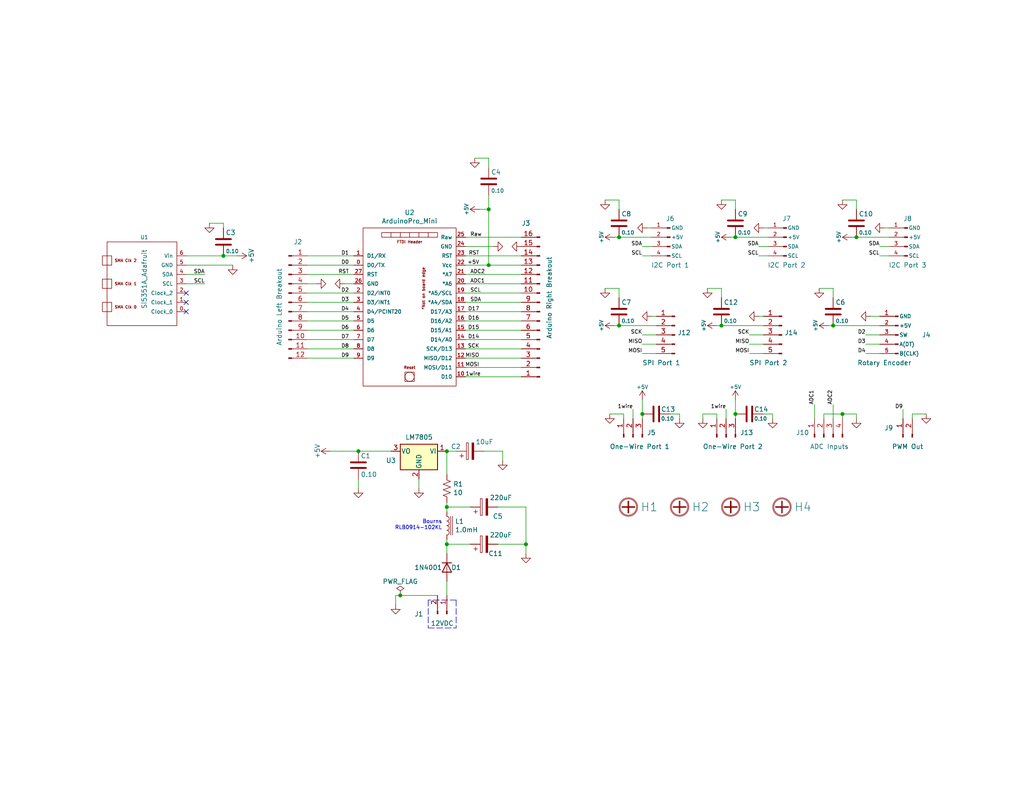
<source format=kicad_sch>
(kicad_sch (version 20211123) (generator eeschema)
  (paper "A")
  (title_block (title "UDVBM-1 Universal Digital VFO/BFO Motherboard") (date "2022-03-20") (rev "B"))
  (lib_symbols
    (symbol "Connector:Conn_01x02_Male" (pin_names (offset 1.016) hide)
      (property "Reference" "J" (at 0 2.54 0))
      (property "Value" "Conn_01x02_Male" (at 0 -5.08 0))
      (symbol "Conn_01x02_Male_1_1"
        (polyline (pts (xy 1.27 -2.54) (xy 0.8636 -2.54)) (stroke (width 0.1524)))
        (polyline (pts (xy 1.27 0) (xy 0.8636 0)) (stroke (width 0.1524)))
        (rectangle (start 0.8636 -2.413) (end 0 -2.667) (stroke (width 0.1524)) (fill (type outline)))
        (rectangle (start 0.8636 0.127) (end 0 -0.127) (stroke (width 0.1524)) (fill (type outline)))
        (pin passive line (at 5.08 0 180) (length 3.81) (name "Pin_1") (number "1"))
        (pin passive line (at 5.08 -2.54 180) (length 3.81) (name "Pin_2") (number "2"))
      )
    )
    (symbol "Connector:Conn_01x03_Male" (pin_names (offset 1.016) hide)
      (property "Reference" "J" (at 0 5.08 0))
      (property "Value" "Conn_01x03_Male" (at 0 -5.08 0))
      (symbol "Conn_01x03_Male_1_1"
        (polyline (pts (xy 1.27 -2.54) (xy 0.8636 -2.54)) (stroke (width 0.1524)))
        (polyline (pts (xy 1.27 0) (xy 0.8636 0)) (stroke (width 0.1524)))
        (polyline (pts (xy 1.27 2.54) (xy 0.8636 2.54)) (stroke (width 0.1524)))
        (rectangle (start 0.8636 -2.413) (end 0 -2.667) (stroke (width 0.1524)) (fill (type outline)))
        (rectangle (start 0.8636 0.127) (end 0 -0.127) (stroke (width 0.1524)) (fill (type outline)))
        (rectangle (start 0.8636 2.667) (end 0 2.413) (stroke (width 0.1524)) (fill (type outline)))
        (pin passive line (at 5.08 2.54 180) (length 3.81) (name "Pin_1") (number "1"))
        (pin passive line (at 5.08 0 180) (length 3.81) (name "Pin_2") (number "2"))
        (pin passive line (at 5.08 -2.54 180) (length 3.81) (name "Pin_3") (number "3"))
      )
    )
    (symbol "Connector:Conn_01x04_Male" (pin_names (offset 1.016) hide)
      (property "Reference" "J" (at 0 5.08 0))
      (property "Value" "Conn_01x04_Male" (at 0 -7.62 0))
      (symbol "Conn_01x04_Male_1_1"
        (polyline (pts (xy 1.27 -5.08) (xy 0.8636 -5.08)) (stroke (width 0.1524)))
        (polyline (pts (xy 1.27 -2.54) (xy 0.8636 -2.54)) (stroke (width 0.1524)))
        (polyline (pts (xy 1.27 0) (xy 0.8636 0)) (stroke (width 0.1524)))
        (polyline (pts (xy 1.27 2.54) (xy 0.8636 2.54)) (stroke (width 0.1524)))
        (rectangle (start 0.8636 -4.953) (end 0 -5.207) (stroke (width 0.1524)) (fill (type outline)))
        (rectangle (start 0.8636 -2.413) (end 0 -2.667) (stroke (width 0.1524)) (fill (type outline)))
        (rectangle (start 0.8636 0.127) (end 0 -0.127) (stroke (width 0.1524)) (fill (type outline)))
        (rectangle (start 0.8636 2.667) (end 0 2.413) (stroke (width 0.1524)) (fill (type outline)))
        (pin passive line (at 5.08 2.54 180) (length 3.81) (name "Pin_1") (number "1"))
        (pin passive line (at 5.08 0 180) (length 3.81) (name "Pin_2") (number "2"))
        (pin passive line (at 5.08 -2.54 180) (length 3.81) (name "Pin_3") (number "3"))
        (pin passive line (at 5.08 -5.08 180) (length 3.81) (name "Pin_4") (number "4"))
      )
    )
    (symbol "Connector:Conn_01x05_Male" (pin_names (offset 1.016) hide)
      (property "Reference" "J" (at 0 7.62 0))
      (property "Value" "Conn_01x05_Male" (at 0 -7.62 0))
      (symbol "Conn_01x05_Male_1_1"
        (polyline (pts (xy 1.27 -5.08) (xy 0.8636 -5.08)) (stroke (width 0.1524)))
        (polyline (pts (xy 1.27 -2.54) (xy 0.8636 -2.54)) (stroke (width 0.1524)))
        (polyline (pts (xy 1.27 0) (xy 0.8636 0)) (stroke (width 0.1524)))
        (polyline (pts (xy 1.27 2.54) (xy 0.8636 2.54)) (stroke (width 0.1524)))
        (polyline (pts (xy 1.27 5.08) (xy 0.8636 5.08)) (stroke (width 0.1524)))
        (rectangle (start 0.8636 -4.953) (end 0 -5.207) (stroke (width 0.1524)) (fill (type outline)))
        (rectangle (start 0.8636 -2.413) (end 0 -2.667) (stroke (width 0.1524)) (fill (type outline)))
        (rectangle (start 0.8636 0.127) (end 0 -0.127) (stroke (width 0.1524)) (fill (type outline)))
        (rectangle (start 0.8636 2.667) (end 0 2.413) (stroke (width 0.1524)) (fill (type outline)))
        (rectangle (start 0.8636 5.207) (end 0 4.953) (stroke (width 0.1524)) (fill (type outline)))
        (pin passive line (at 5.08 5.08 180) (length 3.81) (name "Pin_1") (number "1"))
        (pin passive line (at 5.08 2.54 180) (length 3.81) (name "Pin_2") (number "2"))
        (pin passive line (at 5.08 0 180) (length 3.81) (name "Pin_3") (number "3"))
        (pin passive line (at 5.08 -2.54 180) (length 3.81) (name "Pin_4") (number "4"))
        (pin passive line (at 5.08 -5.08 180) (length 3.81) (name "Pin_5") (number "5"))
      )
    )
    (symbol "Connector:Conn_01x12_Male" (pin_names (offset 1.016) hide)
      (property "Reference" "J" (at 0 15.24 0))
      (property "Value" "Conn_01x12_Male" (at 0 -17.78 0))
      (symbol "Conn_01x12_Male_1_1"
        (polyline (pts (xy 1.27 -15.24) (xy 0.8636 -15.24)) (stroke (width 0.1524)))
        (polyline (pts (xy 1.27 -12.7) (xy 0.8636 -12.7)) (stroke (width 0.1524)))
        (polyline (pts (xy 1.27 -10.16) (xy 0.8636 -10.16)) (stroke (width 0.1524)))
        (polyline (pts (xy 1.27 -7.62) (xy 0.8636 -7.62)) (stroke (width 0.1524)))
        (polyline (pts (xy 1.27 -5.08) (xy 0.8636 -5.08)) (stroke (width 0.1524)))
        (polyline (pts (xy 1.27 -2.54) (xy 0.8636 -2.54)) (stroke (width 0.1524)))
        (polyline (pts (xy 1.27 0) (xy 0.8636 0)) (stroke (width 0.1524)))
        (polyline (pts (xy 1.27 2.54) (xy 0.8636 2.54)) (stroke (width 0.1524)))
        (polyline (pts (xy 1.27 5.08) (xy 0.8636 5.08)) (stroke (width 0.1524)))
        (polyline (pts (xy 1.27 7.62) (xy 0.8636 7.62)) (stroke (width 0.1524)))
        (polyline (pts (xy 1.27 10.16) (xy 0.8636 10.16)) (stroke (width 0.1524)))
        (polyline (pts (xy 1.27 12.7) (xy 0.8636 12.7)) (stroke (width 0.1524)))
        (rectangle (start 0.8636 -15.113) (end 0 -15.367) (stroke (width 0.1524)) (fill (type outline)))
        (rectangle (start 0.8636 -12.573) (end 0 -12.827) (stroke (width 0.1524)) (fill (type outline)))
        (rectangle (start 0.8636 -10.033) (end 0 -10.287) (stroke (width 0.1524)) (fill (type outline)))
        (rectangle (start 0.8636 -7.493) (end 0 -7.747) (stroke (width 0.1524)) (fill (type outline)))
        (rectangle (start 0.8636 -4.953) (end 0 -5.207) (stroke (width 0.1524)) (fill (type outline)))
        (rectangle (start 0.8636 -2.413) (end 0 -2.667) (stroke (width 0.1524)) (fill (type outline)))
        (rectangle (start 0.8636 0.127) (end 0 -0.127) (stroke (width 0.1524)) (fill (type outline)))
        (rectangle (start 0.8636 2.667) (end 0 2.413) (stroke (width 0.1524)) (fill (type outline)))
        (rectangle (start 0.8636 5.207) (end 0 4.953) (stroke (width 0.1524)) (fill (type outline)))
        (rectangle (start 0.8636 7.747) (end 0 7.493) (stroke (width 0.1524)) (fill (type outline)))
        (rectangle (start 0.8636 10.287) (end 0 10.033) (stroke (width 0.1524)) (fill (type outline)))
        (rectangle (start 0.8636 12.827) (end 0 12.573) (stroke (width 0.1524)) (fill (type outline)))
        (pin passive line (at 5.08 12.7 180) (length 3.81) (name "Pin_1") (number "1"))
        (pin passive line (at 5.08 -10.16 180) (length 3.81) (name "Pin_10") (number "10"))
        (pin passive line (at 5.08 -12.7 180) (length 3.81) (name "Pin_11") (number "11"))
        (pin passive line (at 5.08 -15.24 180) (length 3.81) (name "Pin_12") (number "12"))
        (pin passive line (at 5.08 10.16 180) (length 3.81) (name "Pin_2") (number "2"))
        (pin passive line (at 5.08 7.62 180) (length 3.81) (name "Pin_3") (number "3"))
        (pin passive line (at 5.08 5.08 180) (length 3.81) (name "Pin_4") (number "4"))
        (pin passive line (at 5.08 2.54 180) (length 3.81) (name "Pin_5") (number "5"))
        (pin passive line (at 5.08 0 180) (length 3.81) (name "Pin_6") (number "6"))
        (pin passive line (at 5.08 -2.54 180) (length 3.81) (name "Pin_7") (number "7"))
        (pin passive line (at 5.08 -5.08 180) (length 3.81) (name "Pin_8") (number "8"))
        (pin passive line (at 5.08 -7.62 180) (length 3.81) (name "Pin_9") (number "9"))
      )
    )
    (symbol "Connector:Conn_01x16_Male" (pin_names (offset 1.016) hide)
      (property "Reference" "J" (at 0 20.32 0))
      (property "Value" "Conn_01x16_Male" (at 0 -22.86 0))
      (symbol "Conn_01x16_Male_1_1"
        (polyline (pts (xy 1.27 -20.32) (xy 0.8636 -20.32)) (stroke (width 0.1524)))
        (polyline (pts (xy 1.27 -17.78) (xy 0.8636 -17.78)) (stroke (width 0.1524)))
        (polyline (pts (xy 1.27 -15.24) (xy 0.8636 -15.24)) (stroke (width 0.1524)))
        (polyline (pts (xy 1.27 -12.7) (xy 0.8636 -12.7)) (stroke (width 0.1524)))
        (polyline (pts (xy 1.27 -10.16) (xy 0.8636 -10.16)) (stroke (width 0.1524)))
        (polyline (pts (xy 1.27 -7.62) (xy 0.8636 -7.62)) (stroke (width 0.1524)))
        (polyline (pts (xy 1.27 -5.08) (xy 0.8636 -5.08)) (stroke (width 0.1524)))
        (polyline (pts (xy 1.27 -2.54) (xy 0.8636 -2.54)) (stroke (width 0.1524)))
        (polyline (pts (xy 1.27 0) (xy 0.8636 0)) (stroke (width 0.1524)))
        (polyline (pts (xy 1.27 2.54) (xy 0.8636 2.54)) (stroke (width 0.1524)))
        (polyline (pts (xy 1.27 5.08) (xy 0.8636 5.08)) (stroke (width 0.1524)))
        (polyline (pts (xy 1.27 7.62) (xy 0.8636 7.62)) (stroke (width 0.1524)))
        (polyline (pts (xy 1.27 10.16) (xy 0.8636 10.16)) (stroke (width 0.1524)))
        (polyline (pts (xy 1.27 12.7) (xy 0.8636 12.7)) (stroke (width 0.1524)))
        (polyline (pts (xy 1.27 15.24) (xy 0.8636 15.24)) (stroke (width 0.1524)))
        (polyline (pts (xy 1.27 17.78) (xy 0.8636 17.78)) (stroke (width 0.1524)))
        (rectangle (start 0.8636 -20.193) (end 0 -20.447) (stroke (width 0.1524)) (fill (type outline)))
        (rectangle (start 0.8636 -17.653) (end 0 -17.907) (stroke (width 0.1524)) (fill (type outline)))
        (rectangle (start 0.8636 -15.113) (end 0 -15.367) (stroke (width 0.1524)) (fill (type outline)))
        (rectangle (start 0.8636 -12.573) (end 0 -12.827) (stroke (width 0.1524)) (fill (type outline)))
        (rectangle (start 0.8636 -10.033) (end 0 -10.287) (stroke (width 0.1524)) (fill (type outline)))
        (rectangle (start 0.8636 -7.493) (end 0 -7.747) (stroke (width 0.1524)) (fill (type outline)))
        (rectangle (start 0.8636 -4.953) (end 0 -5.207) (stroke (width 0.1524)) (fill (type outline)))
        (rectangle (start 0.8636 -2.413) (end 0 -2.667) (stroke (width 0.1524)) (fill (type outline)))
        (rectangle (start 0.8636 0.127) (end 0 -0.127) (stroke (width 0.1524)) (fill (type outline)))
        (rectangle (start 0.8636 2.667) (end 0 2.413) (stroke (width 0.1524)) (fill (type outline)))
        (rectangle (start 0.8636 5.207) (end 0 4.953) (stroke (width 0.1524)) (fill (type outline)))
        (rectangle (start 0.8636 7.747) (end 0 7.493) (stroke (width 0.1524)) (fill (type outline)))
        (rectangle (start 0.8636 10.287) (end 0 10.033) (stroke (width 0.1524)) (fill (type outline)))
        (rectangle (start 0.8636 12.827) (end 0 12.573) (stroke (width 0.1524)) (fill (type outline)))
        (rectangle (start 0.8636 15.367) (end 0 15.113) (stroke (width 0.1524)) (fill (type outline)))
        (rectangle (start 0.8636 17.907) (end 0 17.653) (stroke (width 0.1524)) (fill (type outline)))
        (pin passive line (at 5.08 17.78 180) (length 3.81) (name "Pin_1") (number "1"))
        (pin passive line (at 5.08 -5.08 180) (length 3.81) (name "Pin_10") (number "10"))
        (pin passive line (at 5.08 -7.62 180) (length 3.81) (name "Pin_11") (number "11"))
        (pin passive line (at 5.08 -10.16 180) (length 3.81) (name "Pin_12") (number "12"))
        (pin passive line (at 5.08 -12.7 180) (length 3.81) (name "Pin_13") (number "13"))
        (pin passive line (at 5.08 -15.24 180) (length 3.81) (name "Pin_14") (number "14"))
        (pin passive line (at 5.08 -17.78 180) (length 3.81) (name "Pin_15") (number "15"))
        (pin passive line (at 5.08 -20.32 180) (length 3.81) (name "Pin_16") (number "16"))
        (pin passive line (at 5.08 15.24 180) (length 3.81) (name "Pin_2") (number "2"))
        (pin passive line (at 5.08 12.7 180) (length 3.81) (name "Pin_3") (number "3"))
        (pin passive line (at 5.08 10.16 180) (length 3.81) (name "Pin_4") (number "4"))
        (pin passive line (at 5.08 7.62 180) (length 3.81) (name "Pin_5") (number "5"))
        (pin passive line (at 5.08 5.08 180) (length 3.81) (name "Pin_6") (number "6"))
        (pin passive line (at 5.08 2.54 180) (length 3.81) (name "Pin_7") (number "7"))
        (pin passive line (at 5.08 0 180) (length 3.81) (name "Pin_8") (number "8"))
        (pin passive line (at 5.08 -2.54 180) (length 3.81) (name "Pin_9") (number "9"))
      )
    )
    (symbol "Device:C" (pin_numbers hide) (pin_names (offset 0.254))
      (property "Reference" "C" (at 0.635 2.54 0))
      (property "Value" "C" (at 0.635 -2.54 0))
      (symbol "C_0_1"
        (polyline (pts (xy -2.032 -0.762) (xy 2.032 -0.762)) (stroke (width 0.508)))
        (polyline (pts (xy -2.032 0.762) (xy 2.032 0.762)) (stroke (width 0.508)))
      )
      (symbol "C_1_1"
        (pin passive line (at 0 3.81 270) (length 2.794) (name "~") (number "1"))
        (pin passive line (at 0 -3.81 90) (length 2.794) (name "~") (number "2"))
      )
    )
    (symbol "Device:CP" (pin_numbers hide) (pin_names (offset 0.254))
      (property "Reference" "C" (at 0.635 2.54 0))
      (property "Value" "Device_CP" (at 0.635 -2.54 0))
      (symbol "CP_0_1"
        (rectangle (start -2.286 0.508) (end 2.286 1.016))
        (polyline (pts (xy -1.778 2.286) (xy -0.762 2.286)))
        (polyline (pts (xy -1.27 2.794) (xy -1.27 1.778)))
        (rectangle (start 2.286 -0.508) (end -2.286 -1.016) (fill (type outline)))
      )
      (symbol "CP_1_1"
        (pin passive line (at 0 3.81 270) (length 2.794) (name "~") (number "1"))
        (pin passive line (at 0 -3.81 90) (length 2.794) (name "~") (number "2"))
      )
    )
    (symbol "Device:D" (pin_numbers hide) (pin_names (offset 1.016) hide)
      (property "Reference" "D" (at 0 2.54 0))
      (property "Value" "D" (at 0 -2.54 0))
      (symbol "D_0_1"
        (polyline (pts (xy -1.27 1.27) (xy -1.27 -1.27)) (stroke (width 0.254)))
        (polyline (pts (xy 1.27 0) (xy -1.27 0)))
        (polyline (pts (xy 1.27 1.27) (xy 1.27 -1.27) (xy -1.27 0) (xy 1.27 1.27)) (stroke (width 0.254)))
      )
      (symbol "D_1_1"
        (pin passive line (at -3.81 0 0) (length 2.54) (name "K") (number "1"))
        (pin passive line (at 3.81 0 180) (length 2.54) (name "A") (number "2"))
      )
    )
    (symbol "K7TFC:Arduino_Pro_Mini" (pin_names (offset 1.016))
      (property "Reference" "U" (at 0 15.24 0))
      (property "Value" "K7TFC_Arduino_Pro_Mini" (at -1.27 -5.08 90))
      (symbol "Arduino_Pro_Mini_0_0"
        (rectangle (start -7.62 12.7) (end 7.62 11.43))
        (rectangle (start -5.08 12.7) (end -5.08 11.43))
        (rectangle (start -2.54 11.43) (end -2.54 12.7))
        (rectangle (start -1.27 -25.4) (end 1.27 -27.94))
        (circle (center 0 -26.67) (radius 1.27))
        (rectangle (start 0 12.7) (end 0 11.43))
        (rectangle (start 2.54 11.43) (end 2.54 12.7))
        (rectangle (start 5.08 12.7) (end 5.08 11.43))
        (text "*Not on board edge" (at 3.81 -2.54 900) (effects (font (size 0.762 0.762))))
        (text "FTDI Header" (at 0 10.16 0) (effects (font (size 0.762 0.762))))
        (text "Reset" (at 0 -24.13 0) (effects (font (size 0.762 0.762))))
      )
      (symbol "Arduino_Pro_Mini_0_1"
        (rectangle (start -12.7 13.97) (end 12.7 -29.21))
      )
      (symbol "Arduino_Pro_Mini_1_1"
        (pin bidirectional line (at -15.24 3.81 0) (length 2.54) (name "D0/TX") (number "0"))
        (pin bidirectional line (at -15.24 6.35 0) (length 2.54) (name "D1/RX") (number "1"))
        (pin bidirectional line (at 15.24 -26.67 180) (length 2.54) (name "D10") (number "10"))
        (pin bidirectional line (at 15.24 -24.13 180) (length 2.54) (name "MOSI/D11") (number "11"))
        (pin bidirectional line (at 15.24 -21.59 180) (length 2.54) (name "MISO/D12") (number "12"))
        (pin bidirectional line (at 15.24 -19.05 180) (length 2.54) (name "SCK/D13") (number "13"))
        (pin bidirectional line (at 15.24 -16.51 180) (length 2.54) (name "D14/A0") (number "14"))
        (pin bidirectional line (at 15.24 -13.97 180) (length 2.54) (name "D15/A1") (number "15"))
        (pin bidirectional line (at 15.24 -11.43 180) (length 2.54) (name "D16/A2") (number "16"))
        (pin bidirectional line (at 15.24 -8.89 180) (length 2.54) (name "D17/A3") (number "17"))
        (pin bidirectional line (at 15.24 -6.35 180) (length 2.54) (name "*A4/SDA") (number "18"))
        (pin bidirectional line (at 15.24 -3.81 180) (length 2.54) (name "*A5/SCL") (number "19"))
        (pin bidirectional line (at -15.24 -3.81 0) (length 2.54) (name "D2/INT0") (number "2"))
        (pin bidirectional line (at 15.24 -1.27 180) (length 2.54) (name "*A6") (number "20"))
        (pin bidirectional line (at 15.24 1.27 180) (length 2.54) (name "*A7") (number "21"))
        (pin power_in line (at 15.24 3.81 180) (length 2.54) (name "Vcc") (number "22"))
        (pin bidirectional line (at 15.24 6.35 180) (length 2.54) (name "RST") (number "23"))
        (pin power_in line (at 15.24 8.89 180) (length 2.54) (name "GND") (number "24"))
        (pin input line (at 15.24 11.43 180) (length 2.54) (name "Raw") (number "25"))
        (pin power_in line (at -15.24 -1.27 0) (length 2.54) (name "GND") (number "26"))
        (pin bidirectional line (at -15.24 1.27 0) (length 2.54) (name "RST") (number "27"))
        (pin bidirectional line (at -15.24 -6.35 0) (length 2.54) (name "D3/INT1") (number "3"))
        (pin bidirectional line (at -15.24 -8.89 0) (length 2.54) (name "D4/PCINT20") (number "4"))
        (pin bidirectional line (at -15.24 -11.43 0) (length 2.54) (name "D5") (number "5"))
        (pin bidirectional line (at -15.24 -13.97 0) (length 2.54) (name "D6") (number "6"))
        (pin bidirectional line (at -15.24 -16.51 0) (length 2.54) (name "D7") (number "7"))
        (pin bidirectional line (at -15.24 -19.05 0) (length 2.54) (name "D8") (number "8"))
        (pin bidirectional line (at -15.24 -21.59 0) (length 2.54) (name "D9") (number "9"))
      )
    )
    (symbol "K7TFC_Hardware:Mounting_Hole_4-40" (pin_names (offset 1.016))
      (property "Reference" "H" (at 0 -4.826 0))
      (symbol "Mounting_Hole_4-40_0_1"
        (polyline (pts (xy -0.127 1.651) (xy -0.127 -1.651)))
        (polyline (pts (xy 0.127 1.651) (xy 0.127 -1.651)))
        (polyline (pts (xy 1.778 -0.127) (xy -1.778 -0.127)))
        (polyline (pts (xy 1.778 0) (xy -1.778 0)))
        (polyline (pts (xy 1.778 0.127) (xy -1.778 0.127)))
        (polyline (pts (xy 0 1.651) (xy 0 -1.524) (xy 0 -1.651)))
        (circle (center 0 0) (radius 2.2352))
        (circle (center 0 0) (radius 2.5146))
      )
    )
    (symbol "K7TFC_Passives:L" (pin_numbers hide) (pin_names (offset 1.016) hide)
      (property "Reference" "L" (at -1.778 0 0))
      (property "Value" "K7TFC_Passives_L" (at 3.048 0 0))
      (symbol "L_0_1"
        (arc (start 0 -2.54) (mid 0.635 -1.905) (end 0 -1.27))
        (arc (start 0 -1.27) (mid 0.635 -0.635) (end 0 0))
        (polyline (pts (xy 1.016 2.54) (xy 1.016 -2.54)))
        (polyline (pts (xy 1.524 2.54) (xy 1.524 -2.54)))
        (arc (start 0 0) (mid 0.635 0.635) (end 0 1.27))
        (arc (start 0 1.27) (mid 0.635 1.905) (end 0 2.54))
      )
      (symbol "L_1_1"
        (pin passive line (at 0 3.81 270) (length 1.27) (name "1") (number "1"))
        (pin passive line (at 0 -3.81 90) (length 1.27) (name "2") (number "2"))
      )
    )
    (symbol "K7TFC_Passives:R_US" (pin_numbers hide) (pin_names (offset 0))
      (property "Reference" "R" (at 2.54 0 90))
      (property "Value" "K7TFC_Passives_R_US" (at -2.54 0 90))
      (symbol "R_US_0_1"
        (polyline (pts (xy 0 -2.286) (xy 0 -2.54)))
        (polyline (pts (xy 0 2.286) (xy 0 2.54)))
        (polyline (pts (xy 0 -0.762) (xy 1.016 -1.143) (xy 0 -1.524) (xy -1.016 -1.905) (xy 0 -2.286)))
        (polyline (pts (xy 0 0.762) (xy 1.016 0.381) (xy 0 0) (xy -1.016 -0.381) (xy 0 -0.762)))
        (polyline (pts (xy 0 2.286) (xy 1.016 1.905) (xy 0 1.524) (xy -1.016 1.143) (xy 0 0.762)))
      )
      (symbol "R_US_1_1"
        (pin passive line (at 0 3.81 270) (length 1.27) (name "~") (number "1"))
        (pin passive line (at 0 -3.81 90) (length 1.27) (name "~") (number "2"))
      )
    )
    (symbol "UDVBM-1-rescue:I2C_Port_Male-K7TFC-bitx40_vfo-rescue" (pin_names (offset 1.524))
      (property "Reference" "J" (at 0 5.08 0))
      (property "Value" "I2C_Port_Male-K7TFC-bitx40_vfo-rescue" (at 0 -7.62 0))
      (symbol "I2C_Port_Male-K7TFC-bitx40_vfo-rescue_1_1"
        (polyline (pts (xy 1.27 -5.08) (xy 0.8636 -5.08)) (stroke (width 0.1524)))
        (polyline (pts (xy 1.27 -2.54) (xy 0.8636 -2.54)) (stroke (width 0.1524)))
        (polyline (pts (xy 1.27 0) (xy 0.8636 0)) (stroke (width 0.1524)))
        (polyline (pts (xy 1.27 2.54) (xy 0.8636 2.54)) (stroke (width 0.1524)))
        (rectangle (start 0.8636 -4.953) (end 0 -5.207) (stroke (width 0.1524)) (fill (type outline)))
        (rectangle (start 0.8636 -2.413) (end 0 -2.667) (stroke (width 0.1524)) (fill (type outline)))
        (rectangle (start 0.8636 0.127) (end 0 -0.127) (stroke (width 0.1524)) (fill (type outline)))
        (rectangle (start 0.8636 2.667) (end 0 2.413) (stroke (width 0.1524)) (fill (type outline)))
        (pin passive line (at 5.08 2.54 180) (length 3.81) (name "GND") (number "1"))
        (pin passive line (at 5.08 0 180) (length 3.81) (name "+5V") (number "2"))
        (pin passive line (at 5.08 -2.54 180) (length 3.81) (name "SDA") (number "3"))
        (pin passive line (at 5.08 -5.08 180) (length 3.81) (name "SCL") (number "4"))
      )
    )
    (symbol "UDVBM-1-rescue:LM7905_TO220-Regulator_Linear" (pin_names (offset 0.254))
      (property "Reference" "U" (at -3.81 -3.175 0))
      (property "Value" "LM7905_TO220-Regulator_Linear" (at 0 -3.175 0))
      (symbol "LM7905_TO220-Regulator_Linear_0_1"
        (rectangle (start -5.08 5.08) (end 5.08 -1.905) (stroke (width 0.254)) (fill (type background)))
      )
      (symbol "LM7905_TO220-Regulator_Linear_1_1"
        (pin power_in line (at -7.62 0 0) (length 2.54) (name "VI") (number "1"))
        (pin power_in line (at 0 7.62 270) (length 2.54) (name "GND") (number "2"))
        (pin power_out line (at 7.62 0 180) (length 2.54) (name "VO") (number "3"))
      )
    )
    (symbol "UDVBM-1-rescue:Rotary_Encoder_Port_Male-K7TFC-bitx40_vfo-rescue" (pin_names (offset 1.524))
      (property "Reference" "J" (at 0 7.62 0))
      (property "Value" "Rotary_Encoder_Port_Male-K7TFC-bitx40_vfo-rescue" (at 0 -7.62 0))
      (symbol "Rotary_Encoder_Port_Male-K7TFC-bitx40_vfo-rescue_1_1"
        (polyline (pts (xy 1.27 -5.08) (xy 0.8636 -5.08)) (stroke (width 0.1524)))
        (polyline (pts (xy 1.27 -2.54) (xy 0.8636 -2.54)) (stroke (width 0.1524)))
        (polyline (pts (xy 1.27 0) (xy 0.8636 0)) (stroke (width 0.1524)))
        (polyline (pts (xy 1.27 2.54) (xy 0.8636 2.54)) (stroke (width 0.1524)))
        (polyline (pts (xy 1.27 5.08) (xy 0.8636 5.08)) (stroke (width 0.1524)))
        (rectangle (start 0.8636 -4.953) (end 0 -5.207) (stroke (width 0.1524)) (fill (type outline)))
        (rectangle (start 0.8636 -2.413) (end 0 -2.667) (stroke (width 0.1524)) (fill (type outline)))
        (rectangle (start 0.8636 0.127) (end 0 -0.127) (stroke (width 0.1524)) (fill (type outline)))
        (rectangle (start 0.8636 2.667) (end 0 2.413) (stroke (width 0.1524)) (fill (type outline)))
        (rectangle (start 0.8636 5.207) (end 0 4.953) (stroke (width 0.1524)) (fill (type outline)))
        (pin passive line (at 5.08 5.08 180) (length 3.81) (name "GND") (number "1"))
        (pin passive line (at 5.08 2.54 180) (length 3.81) (name "+5V") (number "2"))
        (pin passive line (at 5.08 0 180) (length 3.81) (name "SW") (number "3"))
        (pin passive line (at 5.08 -2.54 180) (length 3.81) (name "A(DT)") (number "4"))
        (pin passive line (at 5.08 -5.08 180) (length 3.81) (name "B(CLK)") (number "5"))
      )
    )
    (symbol "UDVBM-1-rescue:Si5351A_Adafruit-K7TFC-bitx40_vfo-rescue" (pin_names (offset 1.016))
      (property "Reference" "U" (at 3.81 3.81 0))
      (property "Value" "Si5351A_Adafruit-K7TFC-bitx40_vfo-rescue" (at 3.81 -7.62 90))
      (symbol "Si5351A_Adafruit-K7TFC-bitx40_vfo-rescue_0_0"
        (text "SMA Clk 0" (at -1.27 -15.24 0) (effects (font (size 0.762 0.762))))
        (text "SMA Clk 1" (at -1.27 -8.89 0) (effects (font (size 0.762 0.762))))
        (text "SMA Clk 2" (at -1.27 -2.54 0) (effects (font (size 0.762 0.762))))
      )
      (symbol "Si5351A_Adafruit-K7TFC-bitx40_vfo-rescue_0_1"
        (rectangle (start -7.62 -13.97) (end -5.08 -16.51))
        (rectangle (start -7.62 -7.62) (end -5.08 -10.16))
        (rectangle (start -5.08 -1.27) (end -7.62 -3.81))
        (rectangle (start 12.7 2.54) (end -6.35 -20.32))
      )
      (symbol "Si5351A_Adafruit-K7TFC-bitx40_vfo-rescue_1_1"
        (pin output line (at 15.24 -16.51 180) (length 2.54) (name "Clock_0") (number "0"))
        (pin output line (at 15.24 -13.97 180) (length 2.54) (name "Clock_1") (number "1"))
        (pin output line (at 15.24 -11.43 180) (length 2.54) (name "Clock_2") (number "2"))
        (pin bidirectional line (at 15.24 -8.89 180) (length 2.54) (name "SCL") (number "3"))
        (pin bidirectional line (at 15.24 -6.35 180) (length 2.54) (name "SDA") (number "4"))
        (pin power_in line (at 15.24 -3.81 180) (length 2.54) (name "GND") (number "5"))
        (pin power_in line (at 15.24 -1.27 180) (length 2.54) (name "Vin") (number "6"))
      )
    )
    (symbol "power:+5V" (power) (pin_names (offset 0))
      (property "Value" "+5V" (at 0 3.556 0))
      (symbol "+5V_0_1"
        (polyline (pts (xy -0.762 1.27) (xy 0 2.54)))
        (polyline (pts (xy 0 0) (xy 0 2.54)))
        (polyline (pts (xy 0 2.54) (xy 0.762 1.27)))
      )
      (symbol "+5V_1_1"
        (pin power_in line (at 0 0 90) (length 0) hide (name "+5V") (number "1"))
      )
    )
    (symbol "power:GND" (power) (pin_names (offset 0))
      (property "Value" "GND" (at 0 -3.81 0))
      (symbol "GND_0_1"
        (polyline (pts (xy 0 0) (xy 0 -1.27) (xy 1.27 -1.27) (xy 0 -2.54) (xy -1.27 -1.27) (xy 0 -1.27)))
      )
      (symbol "GND_1_1"
        (pin power_in line (at 0 0 270) (length 0) hide (name "GND") (number "1"))
      )
    )
    (symbol "power:PWR_FLAG" (power) (pin_numbers hide) (pin_names (offset 0) hide)
      (property "Value" "PWR_FLAG" (at 0 3.81 0))
      (symbol "PWR_FLAG_0_0"
        (pin power_out line (at 0 0 90) (length 0) (name "pwr") (number "1"))
      )
      (symbol "PWR_FLAG_0_1"
        (polyline (pts (xy 0 0) (xy 0 1.27) (xy -1.016 1.905) (xy 0 2.54) (xy 1.016 1.905) (xy 0 1.27)))
      )
    )
  )
  (junction (at 200.66 64.77))
  (junction (at 196.85 88.9))
  (junction (at 175.26 113.03))
  (junction (at 121.92 123.19))
  (junction (at 60.96 69.85))
  (junction (at 200.66 113.03))
  (junction (at 233.68 64.77))
  (junction (at 229.87 113.03))
  (junction (at 133.35 72.39))
  (junction (at 97.79 123.19))
  (junction (at 227.33 88.9))
  (junction (at 109.22 162.56))
  (junction (at 121.92 138.43))
  (junction (at 133.35 57.15))
  (junction (at 168.91 64.77))
  (junction (at 168.91 88.9))
  (junction (at 121.92 148.59))
  (junction (at 143.51 148.59))
  (no_connect (at 50.8 85.09))
  (no_connect (at 50.8 80.01))
  (no_connect (at 50.8 82.55))
  (wire (pts (xy 175.26 93.98) (xy 179.07 93.98)))
  (wire (pts (xy 127 80.01) (xy 142.24 80.01)))
  (wire (pts (xy 242.57 62.23) (xy 241.3 62.23)))
  (wire (pts (xy 248.92 113.03) (xy 252.73 113.03)))
  (wire (pts (xy 177.8 62.23) (xy 176.53 62.23)))
  (wire (pts (xy 168.91 64.77) (xy 177.8 64.77)))
  (wire (pts (xy 127 74.93) (xy 142.24 74.93)))
  (wire (pts (xy 208.28 88.9) (xy 196.85 88.9)))
  (wire (pts (xy 142.24 64.77) (xy 127 64.77)))
  (wire (pts (xy 210.82 113.03) (xy 208.28 113.03)))
  (wire (pts (xy 107.95 162.56) (xy 107.95 165.1)))
  (wire (pts (xy 240.03 91.44) (xy 236.22 91.44)))
  (wire (pts (xy 210.82 113.03) (xy 210.82 114.3)))
  (wire (pts (xy 124.46 123.19) (xy 121.92 123.19)))
  (wire (pts (xy 83.82 82.55) (xy 96.52 82.55)))
  (wire (pts (xy 133.35 72.39) (xy 142.24 72.39)))
  (wire (pts (xy 168.91 88.9) (xy 179.07 88.9)))
  (wire (pts (xy 83.82 69.85) (xy 96.52 69.85)))
  (wire (pts (xy 50.8 72.39) (xy 63.5 72.39)))
  (wire (pts (xy 60.96 60.96) (xy 57.15 60.96)))
  (wire (pts (xy 195.58 114.3) (xy 195.58 113.03)))
  (wire (pts (xy 83.82 87.63) (xy 96.52 87.63)))
  (wire (pts (xy 128.27 148.59) (xy 121.92 148.59)))
  (wire (pts (xy 170.18 113.03) (xy 166.37 113.03)))
  (wire (pts (xy 227.33 78.74) (xy 227.33 81.28)))
  (wire (pts (xy 143.51 138.43) (xy 143.51 148.59)))
  (wire (pts (xy 240.03 93.98) (xy 236.22 93.98)))
  (wire (pts (xy 121.92 148.59) (xy 121.92 151.13)))
  (wire (pts (xy 175.26 69.85) (xy 177.8 69.85)))
  (wire (pts (xy 227.33 88.9) (xy 226.06 88.9)))
  (wire (pts (xy 133.35 53.34) (xy 133.35 57.15)))
  (wire (pts (xy 121.92 137.16) (xy 121.92 138.43)))
  (wire (pts (xy 83.82 95.25) (xy 96.52 95.25)))
  (wire (pts (xy 143.51 148.59) (xy 143.51 151.13)))
  (wire (pts (xy 83.82 97.79) (xy 96.52 97.79)))
  (wire (pts (xy 60.96 60.96) (xy 60.96 62.23)))
  (wire (pts (xy 195.58 113.03) (xy 191.77 113.03)))
  (wire (pts (xy 121.92 147.32) (xy 121.92 148.59)))
  (wire (pts (xy 127 102.87) (xy 142.24 102.87)))
  (wire (pts (xy 83.82 80.01) (xy 96.52 80.01)))
  (wire (pts (xy 208.28 96.52) (xy 204.47 96.52)))
  (wire (pts (xy 127 92.71) (xy 142.24 92.71)))
  (wire (pts (xy 200.66 54.61) (xy 200.66 57.15)))
  (wire (pts (xy 135.89 138.43) (xy 143.51 138.43)))
  (wire (pts (xy 127 95.25) (xy 142.24 95.25)))
  (wire (pts (xy 240.03 67.31) (xy 242.57 67.31)))
  (wire (pts (xy 127 72.39) (xy 133.35 72.39)))
  (wire (pts (xy 133.35 43.18) (xy 129.54 43.18)))
  (wire (pts (xy 208.28 91.44) (xy 204.47 91.44)))
  (wire (pts (xy 168.91 54.61) (xy 168.91 57.15)))
  (wire (pts (xy 167.64 88.9) (xy 168.91 88.9)))
  (wire (pts (xy 240.03 86.36) (xy 237.49 86.36)))
  (wire (pts (xy 175.26 67.31) (xy 177.8 67.31)))
  (wire (pts (xy 127 69.85) (xy 142.24 69.85)))
  (wire (pts (xy 128.27 138.43) (xy 121.92 138.43)))
  (polyline (pts (xy 116.84 163.83) (xy 116.84 171.45)))
  (wire (pts (xy 127 87.63) (xy 142.24 87.63)))
  (wire (pts (xy 83.82 72.39) (xy 96.52 72.39)))
  (wire (pts (xy 191.77 113.03) (xy 191.77 114.3)))
  (wire (pts (xy 224.79 113.03) (xy 224.79 114.3)))
  (wire (pts (xy 200.66 54.61) (xy 196.85 54.61)))
  (wire (pts (xy 127 82.55) (xy 142.24 82.55)))
  (wire (pts (xy 119.38 162.56) (xy 109.22 162.56)))
  (wire (pts (xy 86.36 77.47) (xy 83.82 77.47)))
  (wire (pts (xy 133.35 57.15) (xy 130.81 57.15)))
  (wire (pts (xy 137.16 123.19) (xy 137.16 125.73)))
  (wire (pts (xy 233.68 54.61) (xy 229.87 54.61)))
  (wire (pts (xy 83.82 90.17) (xy 96.52 90.17)))
  (wire (pts (xy 240.03 96.52) (xy 236.22 96.52)))
  (wire (pts (xy 127 100.33) (xy 142.24 100.33)))
  (wire (pts (xy 233.68 54.61) (xy 233.68 57.15)))
  (wire (pts (xy 246.38 114.3) (xy 246.38 111.76)))
  (wire (pts (xy 209.55 62.23) (xy 208.28 62.23)))
  (wire (pts (xy 83.82 92.71) (xy 96.52 92.71)))
  (wire (pts (xy 83.82 74.93) (xy 96.52 74.93)))
  (wire (pts (xy 208.28 93.98) (xy 204.47 93.98)))
  (wire (pts (xy 196.85 78.74) (xy 193.04 78.74)))
  (polyline (pts (xy 124.46 163.83) (xy 124.46 171.45)))
  (wire (pts (xy 127 67.31) (xy 134.62 67.31)))
  (wire (pts (xy 185.42 113.03) (xy 185.42 114.3)))
  (wire (pts (xy 196.85 88.9) (xy 195.58 88.9)))
  (wire (pts (xy 170.18 114.3) (xy 170.18 113.03)))
  (wire (pts (xy 227.33 88.9) (xy 240.03 88.9)))
  (wire (pts (xy 179.07 96.52) (xy 175.26 96.52)))
  (wire (pts (xy 121.92 129.54) (xy 121.92 123.19)))
  (wire (pts (xy 208.28 86.36) (xy 207.01 86.36)))
  (wire (pts (xy 232.41 64.77) (xy 233.68 64.77)))
  (wire (pts (xy 50.8 74.93) (xy 55.88 74.93)))
  (polyline (pts (xy 116.84 171.45) (xy 124.46 171.45)))
  (wire (pts (xy 168.91 54.61) (xy 165.1 54.61)))
  (wire (pts (xy 199.39 64.77) (xy 200.66 64.77)))
  (wire (pts (xy 133.35 43.18) (xy 133.35 45.72)))
  (wire (pts (xy 200.66 113.03) (xy 200.66 109.22)))
  (wire (pts (xy 127 97.79) (xy 142.24 97.79)))
  (wire (pts (xy 207.01 67.31) (xy 209.55 67.31)))
  (wire (pts (xy 135.89 148.59) (xy 143.51 148.59)))
  (wire (pts (xy 121.92 158.75) (xy 121.92 162.56)))
  (wire (pts (xy 185.42 113.03) (xy 182.88 113.03)))
  (wire (pts (xy 227.33 78.74) (xy 223.52 78.74)))
  (wire (pts (xy 114.3 130.81) (xy 114.3 133.35)))
  (polyline (pts (xy 124.46 163.83) (xy 116.84 163.83)))
  (wire (pts (xy 179.07 86.36) (xy 177.8 86.36)))
  (wire (pts (xy 196.85 78.74) (xy 196.85 81.28)))
  (wire (pts (xy 229.87 113.03) (xy 229.87 114.3)))
  (wire (pts (xy 198.12 111.76) (xy 198.12 114.3)))
  (wire (pts (xy 200.66 64.77) (xy 209.55 64.77)))
  (wire (pts (xy 172.72 111.76) (xy 172.72 114.3)))
  (wire (pts (xy 167.64 64.77) (xy 168.91 64.77)))
  (wire (pts (xy 50.8 69.85) (xy 60.96 69.85)))
  (wire (pts (xy 200.66 114.3) (xy 200.66 113.03)))
  (wire (pts (xy 168.91 78.74) (xy 168.91 81.28)))
  (wire (pts (xy 133.35 57.15) (xy 133.35 72.39)))
  (wire (pts (xy 175.26 113.03) (xy 175.26 109.22)))
  (wire (pts (xy 233.68 64.77) (xy 242.57 64.77)))
  (wire (pts (xy 109.22 162.56) (xy 107.95 162.56)))
  (wire (pts (xy 222.25 114.3) (xy 222.25 110.49)))
  (wire (pts (xy 227.33 114.3) (xy 227.33 110.49)))
  (wire (pts (xy 106.68 123.19) (xy 97.79 123.19)))
  (wire (pts (xy 240.03 69.85) (xy 242.57 69.85)))
  (wire (pts (xy 90.17 123.19) (xy 97.79 123.19)))
  (wire (pts (xy 132.08 123.19) (xy 137.16 123.19)))
  (wire (pts (xy 229.87 113.03) (xy 233.68 113.03)))
  (wire (pts (xy 121.92 138.43) (xy 121.92 139.7)))
  (wire (pts (xy 127 90.17) (xy 142.24 90.17)))
  (wire (pts (xy 96.52 77.47) (xy 93.98 77.47)))
  (wire (pts (xy 50.8 77.47) (xy 55.88 77.47)))
  (wire (pts (xy 168.91 78.74) (xy 165.1 78.74)))
  (wire (pts (xy 175.26 114.3) (xy 175.26 113.03)))
  (wire (pts (xy 127 85.09) (xy 142.24 85.09)))
  (wire (pts (xy 233.68 113.03) (xy 233.68 114.3)))
  (wire (pts (xy 127 77.47) (xy 142.24 77.47)))
  (wire (pts (xy 229.87 113.03) (xy 224.79 113.03)))
  (wire (pts (xy 97.79 130.81) (xy 97.79 133.35)))
  (wire (pts (xy 60.96 69.85) (xy 64.77 69.85)))
  (wire (pts (xy 83.82 85.09) (xy 96.52 85.09)))
  (wire (pts (xy 248.92 114.3) (xy 248.92 113.03)))
  (wire (pts (xy 207.01 69.85) (xy 209.55 69.85)))
  (wire (pts (xy 175.26 91.44) (xy 179.07 91.44)))
  (text "Bourns\nRLB0914-102KL" (at 120.65 144.78 180) (effects (font (size 1.016 1.016)) (justify right bottom)))
  (label "D15" (at 130.81 90.17 180) (effects (font (size 1.016 1.016))))
  (label "SCL" (at 207.01 69.85 180) (effects (font (size 1.016 1.016))))
  (label "D4" (at 236.22 96.52 180) (effects (font (size 1.016 1.016))))
  (label "D3" (at 95.25 82.55 180) (effects (font (size 1.016 1.016))))
  (label "D7" (at 95.25 92.71 180) (effects (font (size 1.016 1.016))))
  (label "D8" (at 95.25 95.25 180) (effects (font (size 1.016 1.016))))
  (label "D17" (at 130.81 85.09 180) (effects (font (size 1.016 1.016))))
  (label "SCK" (at 130.81 95.25 180) (effects (font (size 1.016 1.016))))
  (label "D6" (at 95.25 90.17 180) (effects (font (size 1.016 1.016))))
  (label "ADC2" (at 227.33 110.49 90) (effects (font (size 1.016 1.016))))
  (label "D2" (at 95.25 80.01 180) (effects (font (size 1.016 1.016))))
  (label "D5" (at 95.25 87.63 180) (effects (font (size 1.016 1.016))))
  (label "D1" (at 95.25 69.85 180) (effects (font (size 1.016 1.016))))
  (label "SCK" (at 204.47 91.44 180) (effects (font (size 1.016 1.016))))
  (label "Raw" (at 128.27 64.77 0) (effects (font (size 1.016 1.016))))
  (label "MISO" (at 175.26 93.98 180) (effects (font (size 1.016 1.016))))
  (label "MISO" (at 130.81 97.79 180) (effects (font (size 1.016 1.016))))
  (label "ADC1" (at 222.25 110.49 90) (effects (font (size 1.016 1.016))))
  (label "1wire" (at 127 102.87 0) (effects (font (size 1.016 1.016))))
  (label "D14" (at 130.81 92.71 180) (effects (font (size 1.016 1.016))))
  (label "MOSI" (at 175.26 96.52 180) (effects (font (size 1.016 1.016))))
  (label "+5V" (at 130.81 72.39 180) (effects (font (size 1.016 1.016))))
  (label "ADC1" (at 128.27 77.47 0) (effects (font (size 1.016 1.016))))
  (label "1wire" (at 172.72 111.76 180) (effects (font (size 1.016 1.016))))
  (label "RST" (at 95.25 74.93 180) (effects (font (size 1.016 1.016))))
  (label "SCK" (at 175.26 91.44 180) (effects (font (size 1.016 1.016))))
  (label "SCL" (at 128.27 80.01 0) (effects (font (size 1.016 1.016))))
  (label "D9" (at 246.38 111.76 180) (effects (font (size 1.016 1.016))))
  (label "SDA" (at 207.01 67.31 180) (effects (font (size 1.016 1.016))))
  (label "SCL" (at 240.03 69.85 180) (effects (font (size 1.016 1.016))))
  (label "SDA" (at 240.03 67.31 180) (effects (font (size 1.016 1.016))))
  (label "D9" (at 95.25 97.79 180) (effects (font (size 1.016 1.016))))
  (label "SDA" (at 55.88 74.93 180) (effects (font (size 1.016 1.016))))
  (label "MOSI" (at 130.81 100.33 180) (effects (font (size 1.016 1.016))))
  (label "MISO" (at 204.47 93.98 180) (effects (font (size 1.016 1.016))))
  (label "SDA" (at 175.26 67.31 180) (effects (font (size 1.016 1.016))))
  (label "D4" (at 95.25 85.09 180) (effects (font (size 1.016 1.016))))
  (label "SDA" (at 128.27 82.55 0) (effects (font (size 1.016 1.016))))
  (label "D16" (at 130.81 87.63 180) (effects (font (size 1.016 1.016))))
  (label "MOSI" (at 204.47 96.52 180) (effects (font (size 1.016 1.016))))
  (label "D0" (at 95.25 72.39 180) (effects (font (size 1.016 1.016))))
  (label "ADC2" (at 128.27 74.93 0) (effects (font (size 1.016 1.016))))
  (label "RST" (at 130.81 69.85 180) (effects (font (size 1.016 1.016))))
  (label "D3" (at 236.22 93.98 180) (effects (font (size 1.016 1.016))))
  (label "SCL" (at 55.88 77.47 180) (effects (font (size 1.016 1.016))))
  (label "D2" (at 236.22 91.44 180) (effects (font (size 1.016 1.016))))
  (label "SCL" (at 175.26 69.85 180) (effects (font (size 1.016 1.016))))
  (label "1wire" (at 198.12 111.76 180) (effects (font (size 1.016 1.016))))
  (symbol (lib_id "K7TFC:Arduino_Pro_Mini") (at 111.76 76.2 0) (unit 1)
    (property "Reference" "U2" (at 111.76 58.039 0))
    (property "Value" "ArduinoPro_Mini" (at 111.76 60.3504 0))
    (property "Footprint" "bitx40:Arduino_Pro_Mini" (effects hide))
  )
  (symbol (lib_id "UDVBM-1-rescue:LM7905_TO220-Regulator_Linear") (at 114.3 123.19 180) (unit 1)
    (property "Reference" "U3" (at 106.68 125.73 0))
    (property "Value" "LM7805" (at 118.11 119.38 0) (effects (justify left)))
    (property "Footprint" "Package_TO_SOT_THT:TO-220-3_Vertical" (effects hide))
    (property "Datasheet" "http://www.fairchildsemi.com/ds/LM/LM7905.pdf" (effects hide))
  )
  (symbol (lib_id "Connector:Conn_01x16_Male") (at 147.32 85.09 180) (unit 1)
    (property "Reference" "J3" (at 143.51 60.96 0))
    (property "Value" "Arduino Right Breakout" (at 149.86 81.28 90))
    (property "Footprint" "Connector_PinHeader_2.54mm:PinHeader_1x16_P2.54mm_Vertical" (effects hide))
  )
  (symbol (lib_id "Connector:Conn_01x12_Male") (at 78.74 82.55 0) (unit 1)
    (property "Reference" "J2" (at 81.28 66.04 0))
    (property "Value" "Arduino Left Breakout" (at 76.2 83.82 90))
    (property "Footprint" "Connector_PinHeader_2.54mm:PinHeader_1x12_P2.54mm_Vertical" (effects hide))
  )
  (symbol (lib_id "Connector:Conn_01x02_Male") (at 121.92 167.64 270) (mirror x) (unit 1)
    (property "Reference" "J1" (at 114.3 167.64 90))
    (property "Value" "12VDC" (at 120.65 170.18 90))
    (property "Footprint" "Connector_Molex:Molex_KK-254_AE-6410-02A_1x02_P2.54mm_Vertical" (effects hide))
  )
  (symbol (lib_id "Device:CP") (at 128.27 123.19 90) (unit 1)
    (property "Reference" "C2" (at 125.73 121.92 90) (effects (justify left)))
    (property "Value" "10uF" (at 134.62 120.65 90) (effects (justify left)))
    (property "Footprint" "Capacitor_THT:CP_Radial_D5.0mm_P2.00mm" (effects hide))
  )
  (symbol (lib_id "power:GND") (at 137.16 125.73 0) (unit 1)
    (property "Reference" "#PWR0101" (effects hide))
    (property "Value" "GND" (effects hide))
  )
  (symbol (lib_id "power:GND") (at 114.3 133.35 0) (unit 1)
    (property "Reference" "#PWR0102" (effects hide))
    (property "Value" "GND" (effects hide))
  )
  (symbol (lib_id "Device:C") (at 97.79 127 0) (unit 1)
    (property "Reference" "C1" (at 98.425 124.46 0) (effects (justify left)))
    (property "Value" "0.10" (at 98.425 129.54 0) (effects (justify left)))
    (property "Footprint" "Capacitor_THT:C_Disc_D5.0mm_W2.5mm_P2.50mm" (effects hide))
  )
  (symbol (lib_id "power:GND") (at 97.79 133.35 0) (unit 1)
    (property "Reference" "#PWR0103" (effects hide))
    (property "Value" "GND" (effects hide))
  )
  (symbol (lib_id "power:GND") (at 107.95 165.1 0) (unit 1)
    (property "Reference" "#PWR0104" (effects hide))
    (property "Value" "GND" (effects hide))
  )
  (symbol (lib_id "UDVBM-1-rescue:Rotary_Encoder_Port_Male-K7TFC-bitx40_vfo-rescue") (at 245.11 91.44 0) (mirror y) (unit 1)
    (property "Reference" "J4" (at 252.73 91.44 0))
    (property "Value" "Rotary Encoder" (at 241.3 99.06 0))
    (property "Footprint" "Connector_Molex:Molex_KK-254_AE-6410-05A_1x05_P2.54mm_Vertical" (effects hide))
  )
  (symbol (lib_id "UDVBM-1-rescue:Si5351A_Adafruit-K7TFC-bitx40_vfo-rescue") (at 35.56 68.58 0) (unit 1)
    (property "Reference" "U1" (at 39.37 64.77 0) (effects (font (size 1.016 1.016))))
    (property "Value" "Si5351A_Adafruit" (at 39.37 76.2 90))
    (property "Footprint" "bitx40:Si5351A_Adafruit" (effects hide))
  )
  (symbol (lib_id "UDVBM-1-rescue:I2C_Port_Male-K7TFC-bitx40_vfo-rescue") (at 182.88 64.77 0) (mirror y) (unit 1)
    (property "Reference" "J6" (at 182.88 59.69 0))
    (property "Value" "I2C Port 1" (at 182.88 72.39 0))
    (property "Footprint" "Connector_Molex:Molex_KK-254_AE-6410-04A_1x04_P2.54mm_Vertical" (effects hide))
  )
  (symbol (lib_id "UDVBM-1-rescue:I2C_Port_Male-K7TFC-bitx40_vfo-rescue") (at 214.63 64.77 0) (mirror y) (unit 1)
    (property "Reference" "J7" (at 214.63 59.69 0))
    (property "Value" "I2C Port 2" (at 214.63 72.39 0))
    (property "Footprint" "Connector_Molex:Molex_KK-254_AE-6410-04A_1x04_P2.54mm_Vertical" (effects hide))
  )
  (symbol (lib_id "UDVBM-1-rescue:I2C_Port_Male-K7TFC-bitx40_vfo-rescue") (at 247.65 64.77 0) (mirror y) (unit 1)
    (property "Reference" "J8" (at 247.65 59.69 0))
    (property "Value" "I2C Port 3" (at 247.65 72.39 0))
    (property "Footprint" "Connector_Molex:Molex_KK-254_AE-6410-04A_1x04_P2.54mm_Vertical" (effects hide))
  )
  (symbol (lib_id "power:GND") (at 237.49 86.36 270) (unit 1)
    (property "Reference" "#PWR0105" (effects hide))
    (property "Value" "GND" (effects hide))
  )
  (symbol (lib_id "power:GND") (at 241.3 62.23 270) (mirror x) (unit 1)
    (property "Reference" "#PWR0106" (effects hide))
    (property "Value" "GND" (effects hide))
  )
  (symbol (lib_id "power:GND") (at 208.28 62.23 270) (mirror x) (unit 1)
    (property "Reference" "#PWR0107" (effects hide))
    (property "Value" "GND" (effects hide))
  )
  (symbol (lib_id "power:GND") (at 176.53 62.23 270) (mirror x) (unit 1)
    (property "Reference" "#PWR0108" (effects hide))
    (property "Value" "GND" (effects hide))
  )
  (symbol (lib_id "power:GND") (at 177.8 86.36 270) (mirror x) (unit 1)
    (property "Reference" "#PWR0109" (effects hide))
    (property "Value" "GND" (effects hide))
  )
  (symbol (lib_id "power:GND") (at 134.62 67.31 90) (unit 1)
    (property "Reference" "#PWR0110" (effects hide))
    (property "Value" "GND" (effects hide))
  )
  (symbol (lib_id "power:GND") (at 63.5 72.39 0) (unit 1)
    (property "Reference" "#PWR0111" (effects hide))
    (property "Value" "GND" (effects hide))
  )
  (symbol (lib_id "power:GND") (at 93.98 77.47 270) (unit 1)
    (property "Reference" "#PWR0112" (effects hide))
    (property "Value" "GND" (effects hide))
  )
  (symbol (lib_id "power:GND") (at 142.24 67.31 270) (mirror x) (unit 1)
    (property "Reference" "#PWR0113" (effects hide))
    (property "Value" "GND" (effects hide))
  )
  (symbol (lib_id "power:+5V") (at 130.81 57.15 90) (unit 1)
    (property "Reference" "#PWR0114" (effects hide))
    (property "Value" "+5V" (at 127.254 57.15 0) (effects (font (size 1.016 1.016))))
  )
  (symbol (lib_id "power:+5V") (at 64.77 69.85 270) (unit 1)
    (property "Reference" "#PWR0116" (effects hide))
    (property "Value" "+5V" (at 68.58 69.85 0))
  )
  (symbol (lib_id "power:+5V") (at 232.41 64.77 90) (unit 1)
    (property "Reference" "#PWR0117" (effects hide))
    (property "Value" "+5V" (at 228.854 64.77 0) (effects (font (size 1.016 1.016))))
  )
  (symbol (lib_id "power:+5V") (at 199.39 64.77 90) (unit 1)
    (property "Reference" "#PWR0118" (effects hide))
    (property "Value" "+5V" (at 195.834 64.77 0) (effects (font (size 1.016 1.016))))
  )
  (symbol (lib_id "power:+5V") (at 167.64 64.77 90) (unit 1)
    (property "Reference" "#PWR0119" (effects hide))
    (property "Value" "+5V" (at 164.084 64.77 0) (effects (font (size 1.016 1.016))))
  )
  (symbol (lib_id "power:+5V") (at 167.64 88.9 90) (unit 1)
    (property "Reference" "#PWR0120" (effects hide))
    (property "Value" "+5V" (at 164.084 88.9 0) (effects (font (size 1.016 1.016))))
  )
  (symbol (lib_id "power:+5V") (at 226.06 88.9 90) (unit 1)
    (property "Reference" "#PWR0121" (effects hide))
    (property "Value" "+5V" (at 222.504 88.9 0) (effects (font (size 1.016 1.016))))
  )
  (symbol (lib_id "power:GND") (at 86.36 77.47 90) (mirror x) (unit 1)
    (property "Reference" "#PWR0122" (effects hide))
    (property "Value" "GND" (effects hide))
  )
  (symbol (lib_id "power:+5V") (at 90.17 123.19 90) (unit 1)
    (property "Reference" "#PWR0123" (effects hide))
    (property "Value" "+5V" (at 86.614 123.19 0))
  )
  (symbol (lib_id "power:PWR_FLAG") (at 109.22 162.56 0) (unit 1)
    (property "Reference" "#FLG0102" (effects hide))
    (property "Value" "PWR_FLAG" (at 109.22 158.75 0))
  )
  (symbol (lib_id "Device:C") (at 133.35 49.53 0) (unit 1)
    (property "Reference" "C4" (at 133.985 46.99 0) (effects (justify left)))
    (property "Value" "0.10" (at 133.985 52.07 0) (effects (font (size 1.016 1.016)) (justify left)))
    (property "Footprint" "Capacitor_THT:C_Disc_D5.0mm_W2.5mm_P2.50mm" (effects hide))
  )
  (symbol (lib_id "power:GND") (at 129.54 43.18 0) (mirror y) (unit 1)
    (property "Reference" "#PWR0124" (effects hide))
    (property "Value" "GND" (effects hide))
  )
  (symbol (lib_id "Device:C") (at 60.96 66.04 0) (unit 1)
    (property "Reference" "C3" (at 61.595 63.5 0) (effects (justify left)))
    (property "Value" "0.10" (at 61.595 68.58 0) (effects (font (size 1.016 1.016)) (justify left)))
    (property "Footprint" "Capacitor_THT:C_Disc_D5.0mm_W2.5mm_P2.50mm" (effects hide))
  )
  (symbol (lib_id "power:GND") (at 57.15 60.96 0) (mirror y) (unit 1)
    (property "Reference" "#PWR0125" (effects hide))
    (property "Value" "GND" (effects hide))
  )
  (symbol (lib_id "Device:C") (at 227.33 85.09 0) (unit 1)
    (property "Reference" "C6" (at 227.965 82.55 0) (effects (justify left)))
    (property "Value" "0.10" (at 227.965 87.63 0) (effects (font (size 1.016 1.016)) (justify left)))
    (property "Footprint" "Capacitor_THT:C_Disc_D5.0mm_W2.5mm_P2.50mm" (effects hide))
  )
  (symbol (lib_id "power:GND") (at 223.52 78.74 0) (mirror y) (unit 1)
    (property "Reference" "#PWR0127" (effects hide))
    (property "Value" "GND" (effects hide))
  )
  (symbol (lib_id "Device:C") (at 168.91 85.09 0) (unit 1)
    (property "Reference" "C7" (at 169.545 82.55 0) (effects (justify left)))
    (property "Value" "0.10" (at 169.545 87.63 0) (effects (font (size 1.016 1.016)) (justify left)))
    (property "Footprint" "Capacitor_THT:C_Disc_D5.0mm_W2.5mm_P2.50mm" (effects hide))
  )
  (symbol (lib_id "power:GND") (at 165.1 78.74 0) (mirror y) (unit 1)
    (property "Reference" "#PWR0128" (effects hide))
    (property "Value" "GND" (effects hide))
  )
  (symbol (lib_id "Device:C") (at 168.91 60.96 0) (unit 1)
    (property "Reference" "C8" (at 169.545 58.42 0) (effects (justify left)))
    (property "Value" "0.10" (at 169.545 63.5 0) (effects (font (size 1.016 1.016)) (justify left)))
    (property "Footprint" "Capacitor_THT:C_Disc_D5.0mm_W2.5mm_P2.50mm" (effects hide))
  )
  (symbol (lib_id "power:GND") (at 165.1 54.61 0) (mirror y) (unit 1)
    (property "Reference" "#PWR0129" (effects hide))
    (property "Value" "GND" (effects hide))
  )
  (symbol (lib_id "Device:C") (at 200.66 60.96 0) (unit 1)
    (property "Reference" "C9" (at 201.295 58.42 0) (effects (justify left)))
    (property "Value" "0.10" (at 201.295 63.5 0) (effects (font (size 1.016 1.016)) (justify left)))
    (property "Footprint" "Capacitor_THT:C_Disc_D5.0mm_W2.5mm_P2.50mm" (effects hide))
  )
  (symbol (lib_id "power:GND") (at 196.85 54.61 0) (mirror y) (unit 1)
    (property "Reference" "#PWR0130" (effects hide))
    (property "Value" "GND" (effects hide))
  )
  (symbol (lib_id "Device:C") (at 233.68 60.96 0) (unit 1)
    (property "Reference" "C10" (at 234.315 58.42 0) (effects (justify left)))
    (property "Value" "0.10" (at 234.315 63.5 0) (effects (font (size 1.016 1.016)) (justify left)))
    (property "Footprint" "Capacitor_THT:C_Disc_D5.0mm_W2.5mm_P2.50mm" (effects hide))
  )
  (symbol (lib_id "power:GND") (at 229.87 54.61 0) (mirror y) (unit 1)
    (property "Reference" "#PWR0131" (effects hide))
    (property "Value" "GND" (effects hide))
  )
  (symbol (lib_id "Device:D") (at 121.92 154.94 270) (unit 1)
    (property "Reference" "D1" (at 124.46 154.94 90))
    (property "Value" "1N4001" (at 116.84 154.94 90))
    (property "Footprint" "Diode_THT:D_DO-41_SOD81_P2.54mm_Vertical_KathodeUp" (effects hide))
  )
  (symbol (lib_id "K7TFC_Passives:R_US") (at 121.92 133.35 180) (unit 1)
    (property "Reference" "R1" (at 123.6472 132.1816 0) (effects (justify right)))
    (property "Value" "10" (at 123.6472 134.493 0) (effects (justify right)))
    (property "Footprint" "Resistor_THT:R_Axial_DIN0207_L6.3mm_D2.5mm_P5.08mm_Vertical" (effects hide))
  )
  (symbol (lib_id "Device:CP") (at 132.08 148.59 90) (unit 1)
    (property "Reference" "C11" (at 137.16 151.13 90) (effects (justify left)))
    (property "Value" "220uF" (at 139.7 146.05 90) (effects (justify left)))
    (property "Footprint" "Capacitor_THT:CP_Radial_D5.0mm_P2.00mm" (effects hide))
  )
  (symbol (lib_id "Connector:Conn_01x05_Male") (at 184.15 91.44 0) (mirror y) (unit 1)
    (property "Reference" "J12" (at 184.8612 90.8304 0) (effects (justify right)))
    (property "Value" "SPI Port 1" (at 175.26 99.06 0) (effects (justify right)))
    (property "Footprint" "Connector_Molex:Molex_KK-254_AE-6410-05A_1x05_P2.54mm_Vertical" (effects hide))
  )
  (symbol (lib_id "K7TFC_Passives:L") (at 121.92 143.51 0) (unit 1)
    (property "Reference" "L1" (at 124.1552 142.3416 0) (effects (justify left)))
    (property "Value" "1.0mH" (at 124.1552 144.653 0) (effects (justify left)))
    (property "Footprint" "Inductor_THT:L_Radial_D8.7mm_P5.00mm_Fastron_07HCP" (effects hide))
  )
  (symbol (lib_id "Device:CP") (at 132.08 138.43 90) (unit 1)
    (property "Reference" "C5" (at 137.16 140.97 90) (effects (justify left)))
    (property "Value" "220uF" (at 139.7 135.89 90) (effects (justify left)))
    (property "Footprint" "Capacitor_THT:CP_Radial_D5.0mm_P2.00mm" (effects hide))
  )
  (symbol (lib_id "Connector:Conn_01x04_Male") (at 224.79 119.38 90) (unit 1)
    (property "Reference" "J10" (at 217.17 118.11 90) (effects (justify right)))
    (property "Value" "ADC Inputs" (at 220.98 121.92 90) (effects (justify right)))
    (property "Footprint" "Connector_Molex:Molex_KK-254_AE-6410-04A_1x04_P2.54mm_Vertical" (effects hide))
  )
  (symbol (lib_id "power:GND") (at 143.51 151.13 0) (unit 1)
    (property "Reference" "#PWR01" (effects hide))
    (property "Value" "GND" (effects hide))
  )
  (symbol (lib_id "Connector:Conn_01x05_Male") (at 213.36 91.44 0) (mirror y) (unit 1)
    (property "Reference" "J14" (at 214.0712 90.8304 0) (effects (justify right)))
    (property "Value" "SPI Port 2" (at 204.47 99.06 0) (effects (justify right)))
    (property "Footprint" "Connector_Molex:Molex_KK-254_AE-6410-05A_1x05_P2.54mm_Vertical" (effects hide))
  )
  (symbol (lib_id "power:GND") (at 207.01 86.36 270) (mirror x) (unit 1)
    (property "Reference" "#PWR08" (effects hide))
    (property "Value" "GND" (effects hide))
  )
  (symbol (lib_id "Device:C") (at 196.85 85.09 0) (unit 1)
    (property "Reference" "C12" (at 197.485 82.55 0) (effects (justify left)))
    (property "Value" "0.10" (at 197.485 87.63 0) (effects (font (size 1.016 1.016)) (justify left)))
    (property "Footprint" "Capacitor_THT:C_Disc_D5.0mm_W2.5mm_P2.50mm" (effects hide))
  )
  (symbol (lib_id "power:GND") (at 193.04 78.74 0) (mirror y) (unit 1)
    (property "Reference" "#PWR04" (effects hide))
    (property "Value" "GND" (effects hide))
  )
  (symbol (lib_id "power:+5V") (at 195.58 88.9 90) (unit 1)
    (property "Reference" "#PWR06" (effects hide))
    (property "Value" "+5V" (at 192.024 88.9 0) (effects (font (size 1.016 1.016))))
  )
  (symbol (lib_id "Connector:Conn_01x02_Male") (at 246.38 119.38 90) (unit 1)
    (property "Reference" "J9" (at 241.3 116.84 90) (effects (justify right)))
    (property "Value" "PWM Out" (at 247.65 121.92 90))
    (property "Footprint" "Connector_Molex:Molex_KK-254_AE-6410-02A_1x02_P2.54mm_Vertical" (effects hide))
  )
  (symbol (lib_id "power:GND") (at 252.73 113.03 0) (unit 1)
    (property "Reference" "#PWR09" (effects hide))
    (property "Value" "GND" (effects hide))
  )
  (symbol (lib_id "Connector:Conn_01x03_Male") (at 172.72 119.38 90) (unit 1)
    (property "Reference" "J5" (at 176.53 118.11 90) (effects (justify right)))
    (property "Value" "One-Wire Port 1" (at 166.37 121.92 90) (effects (justify right)))
    (property "Footprint" "Connector_Molex:Molex_KK-254_AE-6410-03A_1x03_P2.54mm_Vertical" (effects hide))
  )
  (symbol (lib_id "power:GND") (at 166.37 113.03 0) (unit 1)
    (property "Reference" "#PWR02" (effects hide))
    (property "Value" "GND" (effects hide))
  )
  (symbol (lib_id "power:+5V") (at 175.26 109.22 0) (unit 1)
    (property "Reference" "#PWR03" (effects hide))
    (property "Value" "+5V" (at 175.26 105.664 0) (effects (font (size 1.016 1.016))))
  )
  (symbol (lib_id "Connector:Conn_01x03_Male") (at 198.12 119.38 90) (unit 1)
    (property "Reference" "J13" (at 201.93 118.11 90) (effects (justify right)))
    (property "Value" "One-Wire Port 2" (at 191.77 121.92 90) (effects (justify right)))
    (property "Footprint" "Connector_Molex:Molex_KK-254_AE-6410-03A_1x03_P2.54mm_Vertical" (effects hide))
  )
  (symbol (lib_id "power:GND") (at 191.77 114.3 0) (unit 1)
    (property "Reference" "#PWR05" (effects hide))
    (property "Value" "GND" (effects hide))
  )
  (symbol (lib_id "power:+5V") (at 200.66 109.22 0) (unit 1)
    (property "Reference" "#PWR07" (effects hide))
    (property "Value" "+5V" (at 200.66 105.664 0) (effects (font (size 1.016 1.016))))
  )
  (symbol (lib_id "K7TFC_Hardware:Mounting_Hole_4-40") (at 171.45 138.43 0) (unit 1)
    (property "Reference" "H1" (at 174.6758 138.43 0) (effects (font (size 2.286 2.286)) (justify left)))
    (property "Value" "Mounting_Hole_4-40" (effects hide))
    (property "Footprint" "MountingHole:MountingHole_3.2mm_M3_Pad" (effects hide))
  )
  (symbol (lib_id "K7TFC_Hardware:Mounting_Hole_4-40") (at 185.42 138.43 0) (unit 1)
    (property "Reference" "H2" (at 188.6458 138.43 0) (effects (font (size 2.286 2.286)) (justify left)))
    (property "Value" "Mounting_Hole_4-40" (effects hide))
    (property "Footprint" "MountingHole:MountingHole_3.2mm_M3_Pad" (effects hide))
  )
  (symbol (lib_id "K7TFC_Hardware:Mounting_Hole_4-40") (at 199.39 138.43 0) (unit 1)
    (property "Reference" "H3" (at 202.6158 138.43 0) (effects (font (size 2.286 2.286)) (justify left)))
    (property "Value" "Mounting_Hole_4-40" (effects hide))
    (property "Footprint" "MountingHole:MountingHole_3.2mm_M3_Pad" (effects hide))
  )
  (symbol (lib_id "K7TFC_Hardware:Mounting_Hole_4-40") (at 213.36 138.43 0) (unit 1)
    (property "Reference" "H4" (at 216.5858 138.43 0) (effects (font (size 2.286 2.286)) (justify left)))
    (property "Value" "Mounting_Hole_4-40" (effects hide))
    (property "Footprint" "MountingHole:MountingHole_3.2mm_M3_Pad" (effects hide))
  )
  (symbol (lib_id "Device:C") (at 204.47 113.03 270) (unit 1)
    (property "Reference" "C14" (at 205.74 111.76 90) (effects (justify left)))
    (property "Value" "0.10" (at 205.74 114.3 90) (effects (font (size 1.016 1.016)) (justify left)))
    (property "Footprint" "Capacitor_THT:C_Disc_D5.0mm_W2.5mm_P2.50mm" (effects hide))
  )
  (symbol (lib_id "power:GND") (at 210.82 114.3 0) (mirror y) (unit 1)
    (property "Reference" "#PWR011" (effects hide))
    (property "Value" "GND" (effects hide))
  )
  (symbol (lib_id "Device:C") (at 179.07 113.03 270) (unit 1)
    (property "Reference" "C13" (at 180.34 111.76 90) (effects (justify left)))
    (property "Value" "0.10" (at 180.34 114.3 90) (effects (font (size 1.016 1.016)) (justify left)))
    (property "Footprint" "Capacitor_THT:C_Disc_D5.0mm_W2.5mm_P2.50mm" (effects hide))
  )
  (symbol (lib_id "power:GND") (at 185.42 114.3 0) (mirror y) (unit 1)
    (property "Reference" "#PWR010" (effects hide))
    (property "Value" "GND" (effects hide))
  )
  (symbol (lib_id "power:GND") (at 233.68 114.3 0) (mirror y) (unit 1)
    (property "Reference" "#PWR012" (effects hide))
    (property "Value" "GND" (effects hide))
  )
)
</source>
